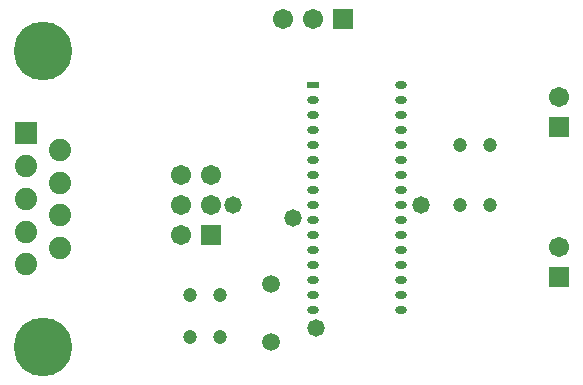
<source format=gts>
%FSLAX44Y44*%
%MOMM*%
G71*
G01*
G75*
G04 Layer_Color=8388736*
%ADD10R,0.8000X0.4000*%
%ADD11O,0.8000X0.4000*%
%ADD12C,0.2000*%
%ADD13C,1.5000*%
%ADD14R,1.5000X1.5000*%
%ADD15R,1.5000X1.5000*%
%ADD16C,4.7600*%
%ADD17R,1.6900X1.6900*%
%ADD18C,1.6900*%
%ADD19C,1.0000*%
%ADD20C,1.3000*%
%ADD21C,1.2700*%
%ADD22C,0.1000*%
%ADD23C,0.2540*%
%ADD24C,0.1500*%
%ADD25C,0.2032*%
%ADD26R,1.0032X0.6032*%
%ADD27O,1.0032X0.6032*%
%ADD28C,1.7032*%
%ADD29R,1.7032X1.7032*%
%ADD30R,1.7032X1.7032*%
%ADD31C,4.9632*%
%ADD32R,1.8932X1.8932*%
%ADD33C,1.8932*%
%ADD34C,1.2032*%
%ADD35C,1.5032*%
%ADD36C,1.4732*%
D26*
X812800Y1061720D02*
D03*
D27*
Y1049020D02*
D03*
Y1036320D02*
D03*
Y1023620D02*
D03*
Y1010920D02*
D03*
Y998220D02*
D03*
Y985520D02*
D03*
Y972820D02*
D03*
Y960120D02*
D03*
Y947420D02*
D03*
Y934720D02*
D03*
Y922020D02*
D03*
Y909320D02*
D03*
Y896620D02*
D03*
Y883920D02*
D03*
Y871220D02*
D03*
X887800Y1061720D02*
D03*
Y1049020D02*
D03*
Y1036320D02*
D03*
Y1023620D02*
D03*
Y1010920D02*
D03*
Y998220D02*
D03*
Y985520D02*
D03*
Y972820D02*
D03*
Y960120D02*
D03*
Y947420D02*
D03*
Y934720D02*
D03*
Y922020D02*
D03*
Y909320D02*
D03*
Y896620D02*
D03*
Y883920D02*
D03*
Y871220D02*
D03*
D28*
X787400Y1117600D02*
D03*
X812800D02*
D03*
X1021080Y1051560D02*
D03*
Y924560D02*
D03*
X701040Y985520D02*
D03*
X726440D02*
D03*
X701040Y960120D02*
D03*
X726440D02*
D03*
X701040Y934720D02*
D03*
D29*
X838200Y1117600D02*
D03*
D30*
X1021080Y1026160D02*
D03*
Y899160D02*
D03*
X726440Y934720D02*
D03*
D31*
X584450Y840250D02*
D03*
Y1090150D02*
D03*
D32*
X570250Y1020600D02*
D03*
D33*
X598650Y1006750D02*
D03*
X570250Y992900D02*
D03*
X598650Y979050D02*
D03*
X570250Y965200D02*
D03*
X598650Y951350D02*
D03*
X570250Y937500D02*
D03*
X598650Y923650D02*
D03*
X570250Y909800D02*
D03*
D34*
X734060Y883920D02*
D03*
X708660D02*
D03*
X734060Y848360D02*
D03*
X708660D02*
D03*
X962660Y960120D02*
D03*
X937260D02*
D03*
X962660Y1010920D02*
D03*
X937260D02*
D03*
D35*
X777240Y893080D02*
D03*
Y844280D02*
D03*
D36*
X815340Y855980D02*
D03*
X904240Y960120D02*
D03*
X796290Y948690D02*
D03*
X745490Y960120D02*
D03*
M02*

</source>
